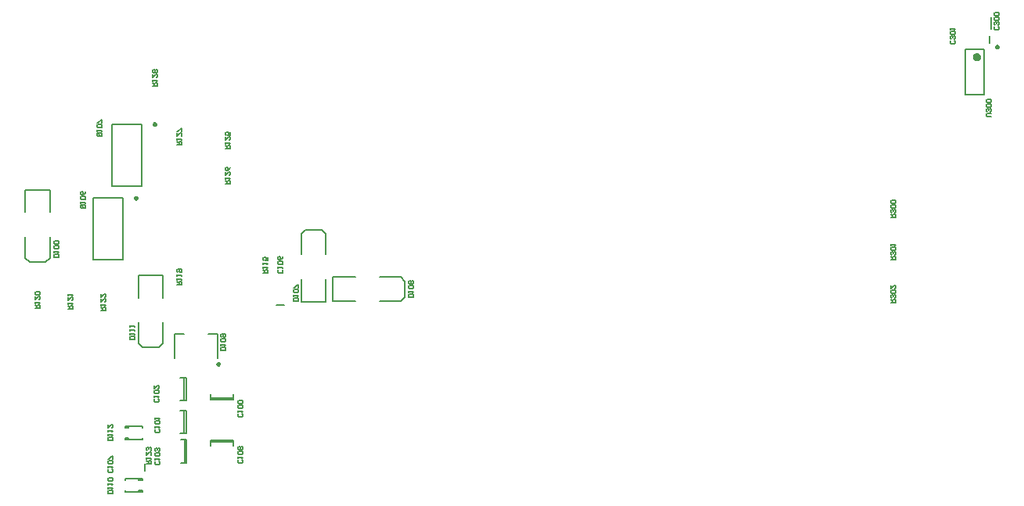
<source format=gbo>
%FSDAX24Y24*%
%MOIN*%
%SFA1B1*%

%IPPOS*%
%ADD65C,0.009800*%
%ADD67C,0.007900*%
%ADD68C,0.005000*%
%ADD105C,0.015700*%
%LNde-180417-1*%
%LPD*%
G54D65*
X028044Y025321D02*
D01*
X028043Y025324*
X028043Y025327*
X028042Y025331*
X028042Y025334*
X028041Y025337*
X028039Y025340*
X028038Y025344*
X028036Y025346*
X028034Y025349*
X028032Y025352*
X028030Y025355*
X028027Y025357*
X028025Y025359*
X028022Y025361*
X028019Y025363*
X028016Y025365*
X028013Y025366*
X028010Y025367*
X028006Y025368*
X028003Y025369*
X028000Y025369*
X027996Y025369*
X027993*
X027989Y025369*
X027986Y025369*
X027983Y025368*
X027979Y025367*
X027976Y025366*
X027973Y025365*
X027970Y025363*
X027967Y025361*
X027964Y025359*
X027962Y025357*
X027959Y025355*
X027957Y025352*
X027955Y025349*
X027953Y025346*
X027951Y025344*
X027950Y025340*
X027948Y025337*
X027947Y025334*
X027947Y025331*
X027946Y025327*
X027946Y025324*
X027946Y025321*
X027946Y025317*
X027946Y025314*
X027947Y025310*
X027947Y025307*
X027948Y025304*
X027950Y025301*
X027951Y025297*
X027953Y025295*
X027955Y025292*
X027957Y025289*
X027959Y025286*
X027962Y025284*
X027964Y025282*
X027967Y025280*
X027970Y025278*
X027973Y025276*
X027976Y025275*
X027979Y025274*
X027983Y025273*
X027986Y025272*
X027989Y025272*
X027993Y025272*
X027996*
X028000Y025272*
X028003Y025272*
X028006Y025273*
X028010Y025274*
X028013Y025275*
X028016Y025276*
X028019Y025278*
X028022Y025280*
X028025Y025282*
X028027Y025284*
X028030Y025286*
X028032Y025289*
X028034Y025292*
X028036Y025295*
X028038Y025297*
X028039Y025301*
X028041Y025304*
X028042Y025307*
X028042Y025310*
X028043Y025314*
X028043Y025317*
X028044Y025321*
X061204Y038835D02*
D01*
X061203Y038838*
X061203Y038841*
X061202Y038845*
X061202Y038848*
X061201Y038851*
X061199Y038854*
X061198Y038858*
X061196Y038860*
X061194Y038863*
X061192Y038866*
X061190Y038869*
X061187Y038871*
X061185Y038873*
X061182Y038875*
X061179Y038877*
X061176Y038879*
X061173Y038880*
X061170Y038881*
X061166Y038882*
X061163Y038883*
X061160Y038883*
X061156Y038883*
X061153*
X061149Y038883*
X061146Y038883*
X061143Y038882*
X061139Y038881*
X061136Y038880*
X061133Y038879*
X061130Y038877*
X061127Y038875*
X061124Y038873*
X061122Y038871*
X061119Y038869*
X061117Y038866*
X061115Y038863*
X061113Y038860*
X061111Y038858*
X061110Y038854*
X061108Y038851*
X061107Y038848*
X061107Y038845*
X061106Y038841*
X061106Y038838*
X061106Y038835*
X061106Y038831*
X061106Y038828*
X061107Y038824*
X061107Y038821*
X061108Y038818*
X061110Y038815*
X061111Y038811*
X061113Y038809*
X061115Y038806*
X061117Y038803*
X061119Y038800*
X061122Y038798*
X061124Y038796*
X061127Y038794*
X061130Y038792*
X061133Y038790*
X061136Y038789*
X061139Y038788*
X061143Y038787*
X061146Y038786*
X061149Y038786*
X061153Y038786*
X061156*
X061160Y038786*
X061163Y038786*
X061166Y038787*
X061170Y038788*
X061173Y038789*
X061176Y038790*
X061179Y038792*
X061182Y038794*
X061185Y038796*
X061187Y038798*
X061190Y038800*
X061192Y038803*
X061194Y038806*
X061196Y038809*
X061198Y038811*
X061199Y038815*
X061201Y038818*
X061202Y038821*
X061202Y038824*
X061203Y038828*
X061203Y038831*
X061204Y038835*
X024530Y032389D02*
D01*
X024529Y032392*
X024529Y032395*
X024528Y032399*
X024528Y032402*
X024527Y032405*
X024525Y032408*
X024524Y032412*
X024522Y032414*
X024520Y032417*
X024518Y032420*
X024516Y032423*
X024513Y032425*
X024511Y032427*
X024508Y032429*
X024505Y032431*
X024502Y032433*
X024499Y032434*
X024496Y032435*
X024492Y032436*
X024489Y032437*
X024486Y032437*
X024482Y032437*
X024479*
X024475Y032437*
X024472Y032437*
X024469Y032436*
X024465Y032435*
X024462Y032434*
X024459Y032433*
X024456Y032431*
X024453Y032429*
X024450Y032427*
X024448Y032425*
X024445Y032423*
X024443Y032420*
X024441Y032417*
X024439Y032414*
X024437Y032412*
X024436Y032408*
X024434Y032405*
X024433Y032402*
X024433Y032399*
X024432Y032395*
X024432Y032392*
X024432Y032389*
X024432Y032385*
X024432Y032382*
X024433Y032378*
X024433Y032375*
X024434Y032372*
X024436Y032369*
X024437Y032365*
X024439Y032363*
X024441Y032360*
X024443Y032357*
X024445Y032354*
X024448Y032352*
X024450Y032350*
X024453Y032348*
X024456Y032346*
X024459Y032344*
X024462Y032343*
X024465Y032342*
X024469Y032341*
X024472Y032340*
X024475Y032340*
X024479Y032340*
X024482*
X024486Y032340*
X024489Y032340*
X024492Y032341*
X024496Y032342*
X024499Y032343*
X024502Y032344*
X024505Y032346*
X024508Y032348*
X024511Y032350*
X024513Y032352*
X024516Y032354*
X024518Y032357*
X024520Y032360*
X024522Y032363*
X024524Y032365*
X024525Y032369*
X024527Y032372*
X024528Y032375*
X024528Y032378*
X024529Y032382*
X024529Y032385*
X024530Y032389*
X025330Y035539D02*
D01*
X025329Y035542*
X025329Y035545*
X025328Y035549*
X025328Y035552*
X025327Y035555*
X025325Y035558*
X025324Y035562*
X025322Y035564*
X025320Y035567*
X025318Y035570*
X025316Y035573*
X025313Y035575*
X025311Y035577*
X025308Y035579*
X025305Y035581*
X025302Y035583*
X025299Y035584*
X025296Y035585*
X025292Y035586*
X025289Y035587*
X025286Y035587*
X025282Y035587*
X025279*
X025275Y035587*
X025272Y035587*
X025269Y035586*
X025265Y035585*
X025262Y035584*
X025259Y035583*
X025256Y035581*
X025253Y035579*
X025250Y035577*
X025248Y035575*
X025245Y035573*
X025243Y035570*
X025241Y035567*
X025239Y035564*
X025237Y035562*
X025236Y035558*
X025234Y035555*
X025233Y035552*
X025233Y035549*
X025232Y035545*
X025232Y035542*
X025232Y035539*
X025232Y035535*
X025232Y035532*
X025233Y035528*
X025233Y035525*
X025234Y035522*
X025236Y035519*
X025237Y035515*
X025239Y035513*
X025241Y035510*
X025243Y035507*
X025245Y035504*
X025248Y035502*
X025250Y035500*
X025253Y035498*
X025256Y035496*
X025259Y035494*
X025262Y035493*
X025265Y035492*
X025269Y035491*
X025272Y035490*
X025275Y035490*
X025279Y035490*
X025282*
X025286Y035490*
X025289Y035490*
X025292Y035491*
X025296Y035492*
X025299Y035493*
X025302Y035494*
X025305Y035496*
X025308Y035498*
X025311Y035500*
X025313Y035502*
X025316Y035504*
X025318Y035507*
X025320Y035510*
X025322Y035513*
X025324Y035515*
X025325Y035519*
X025327Y035522*
X025328Y035525*
X025328Y035528*
X025329Y035532*
X025329Y035535*
X025330Y035539*
G54D67*
X028642Y023782D02*
Y024018D01*
X027658Y023782D02*
Y024018D01*
Y023782D02*
X028642D01*
X027658Y023857D02*
X028642D01*
X026382Y023342D02*
X026618D01*
X026382Y022358D02*
X026618D01*
Y023342*
X026543Y022358D02*
Y023342D01*
X026382Y024742D02*
X026618D01*
X026382Y023758D02*
X026618D01*
Y024742*
X026543Y023758D02*
Y024742D01*
X026392Y022092D02*
X026628D01*
X026392Y021108D02*
X026628D01*
Y022092*
X026553Y021108D02*
Y022092D01*
X030483Y027831D02*
X030797D01*
X024869Y020753D02*
Y021067D01*
X060898Y039594D02*
Y040106D01*
X060819Y038993D02*
Y039307D01*
X019956Y029656D02*
X020644D01*
X019778Y029833D02*
X019956Y029656D01*
X020644D02*
X020822Y029833D01*
X019778Y031781D02*
Y032726D01*
X020822Y031781D02*
Y032726D01*
X019778D02*
X020822D01*
X019778Y029833D02*
Y030719D01*
X020822Y029833D02*
Y030719D01*
X031706Y031044D02*
X032394D01*
X032572Y030867*
X031528D02*
X031706Y031044D01*
X032572Y027974D02*
Y028918D01*
X031528Y027974D02*
Y028918D01*
Y027974D02*
X032572D01*
Y029982D02*
Y030867D01*
X031528Y029982D02*
Y030867D01*
X035944Y028156D02*
Y028844D01*
X035767Y027978D02*
X035944Y028156D01*
X035767Y029022D02*
X035944Y028844D01*
X032874Y027978D02*
X033819D01*
X032874Y029022D02*
X033819D01*
X032874Y027978D02*
Y029022D01*
X034881Y027978D02*
X035767D01*
X034881Y029022D02*
X035767D01*
X027956Y025577D02*
Y026600D01*
X027562D02*
X027956D01*
X026144Y025577D02*
Y026600D01*
X026538*
X024771Y020357D02*
Y020435D01*
X024023Y020357D02*
Y020435D01*
X024771Y019845D02*
Y019923D01*
X024023Y019845D02*
Y019923D01*
Y020435D02*
X024771D01*
X024023Y019845D02*
X024771D01*
X024613Y019923D02*
X024771D01*
X024613Y019845D02*
Y019923D01*
Y020357D02*
Y020435D01*
Y020357D02*
X024771D01*
X024776Y026016D02*
X025464D01*
X024598Y026193D02*
X024776Y026016D01*
X025464D02*
X025642Y026193D01*
X024598Y028142D02*
Y029086D01*
X025642Y028142D02*
Y029086D01*
X024598D02*
X025642D01*
X024598Y026193D02*
Y027078D01*
X025642Y026193D02*
Y027078D01*
X024023Y022085D02*
Y022163D01*
X024771Y022085D02*
Y022163D01*
X024023Y022597D02*
Y022675D01*
X024771Y022597D02*
Y022675D01*
X024023Y022085D02*
X024771D01*
X024023Y022675D02*
X024771D01*
X024023Y022597D02*
X024180D01*
Y022675*
Y022085D02*
Y022163D01*
X024023D02*
X024180D01*
X059806Y036785D02*
X060594D01*
X059806Y038715D02*
X060594D01*
X059806Y036785D02*
Y038715D01*
X060594Y036785D02*
Y038715D01*
X022670Y029751D02*
X023930D01*
X022670Y032389D02*
X023930D01*
X022670Y029751D02*
Y032389D01*
X023930Y029751D02*
Y032389D01*
X023470Y032901D02*
X024730D01*
X023470Y035539D02*
X024730D01*
X023470Y032901D02*
Y035539D01*
X024730Y032901D02*
Y035539D01*
X027658Y021832D02*
Y022068D01*
X028642Y021832D02*
Y022068D01*
X027658D02*
X028642D01*
X027658Y021993D02*
X028642D01*
G54D68*
X029007Y023183D02*
X029040Y023150D01*
Y023083*
X029007Y023050*
X028873*
X028840Y023083*
Y023150*
X028873Y023183*
X028840Y023250D02*
Y023317D01*
Y023283*
X029040*
X029007Y023250*
Y023417D02*
X029040Y023450D01*
Y023517*
X029007Y023550*
X028873*
X028840Y023517*
Y023450*
X028873Y023417*
X029007*
Y023616D02*
X029040Y023650D01*
Y023716*
X029007Y023750*
X028873*
X028840Y023716*
Y023650*
X028873Y023616*
X029007*
X025467Y022533D02*
X025500Y022500D01*
Y022433*
X025467Y022400*
X025333*
X025300Y022433*
Y022500*
X025333Y022533*
X025300Y022600D02*
Y022667D01*
Y022633*
X025500*
X025467Y022600*
Y022767D02*
X025500Y022800D01*
Y022867*
X025467Y022900*
X025333*
X025300Y022867*
Y022800*
X025333Y022767*
X025467*
X025300Y022966D02*
Y023033D01*
Y023000*
X025500*
X025467Y022966*
X025437Y023843D02*
X025470Y023810D01*
Y023743*
X025437Y023710*
X025303*
X025270Y023743*
Y023810*
X025303Y023843*
X025270Y023910D02*
Y023977D01*
Y023943*
X025470*
X025437Y023910*
Y024077D02*
X025470Y024110D01*
Y024177*
X025437Y024210*
X025303*
X025270Y024177*
Y024110*
X025303Y024077*
X025437*
X025270Y024410D02*
Y024276D01*
X025403Y024410*
X025437*
X025470Y024376*
Y024310*
X025437Y024276*
X025467Y021163D02*
X025500Y021130D01*
Y021063*
X025467Y021030*
X025333*
X025300Y021063*
Y021130*
X025333Y021163*
X025300Y021230D02*
Y021297D01*
Y021263*
X025500*
X025467Y021230*
Y021397D02*
X025500Y021430D01*
Y021497*
X025467Y021530*
X025333*
X025300Y021497*
Y021430*
X025333Y021397*
X025467*
Y021596D02*
X025500Y021630D01*
Y021696*
X025467Y021730*
X025433*
X025400Y021696*
Y021663*
Y021696*
X025367Y021730*
X025333*
X025300Y021696*
Y021630*
X025333Y021596*
X030717Y029333D02*
X030750Y029300D01*
Y029233*
X030717Y029200*
X030583*
X030550Y029233*
Y029300*
X030583Y029333*
X030550Y029400D02*
Y029467D01*
Y029433*
X030750*
X030717Y029400*
Y029567D02*
X030750Y029600D01*
Y029667*
X030717Y029700*
X030583*
X030550Y029667*
Y029600*
X030583Y029567*
X030717*
X030750Y029900D02*
X030717Y029833D01*
X030650Y029766*
X030583*
X030550Y029800*
Y029866*
X030583Y029900*
X030617*
X030650Y029866*
Y029766*
X023467Y020833D02*
X023500Y020800D01*
Y020733*
X023467Y020700*
X023333*
X023300Y020733*
Y020800*
X023333Y020833*
X023300Y020900D02*
Y020967D01*
Y020933*
X023500*
X023467Y020900*
Y021067D02*
X023500Y021100D01*
Y021167*
X023467Y021200*
X023333*
X023300Y021167*
Y021100*
X023333Y021067*
X023467*
X023500Y021266D02*
Y021400D01*
X023467*
X023333Y021266*
X023300*
X061207Y039703D02*
X061240Y039670D01*
Y039603*
X061207Y039570*
X061073*
X061040Y039603*
Y039670*
X061073Y039703*
X061207Y039770D02*
X061240Y039803D01*
Y039870*
X061207Y039903*
X061173*
X061140Y039870*
Y039837*
Y039870*
X061107Y039903*
X061073*
X061040Y039870*
Y039803*
X061073Y039770*
X061207Y039970D02*
X061240Y040003D01*
Y040070*
X061207Y040103*
X061073*
X061040Y040070*
Y040003*
X061073Y039970*
X061207*
Y040170D02*
X061240Y040203D01*
Y040270*
X061207Y040303*
X061073*
X061040Y040270*
Y040203*
X061073Y040170*
X061207*
X059337Y039093D02*
X059370Y039060D01*
Y038993*
X059337Y038960*
X059203*
X059170Y038993*
Y039060*
X059203Y039093*
X059337Y039160D02*
X059370Y039193D01*
Y039260*
X059337Y039293*
X059303*
X059270Y039260*
Y039227*
Y039260*
X059237Y039293*
X059203*
X059170Y039260*
Y039193*
X059203Y039160*
X059337Y039360D02*
X059370Y039393D01*
Y039460*
X059337Y039493*
X059203*
X059170Y039460*
Y039393*
X059203Y039360*
X059337*
X059170Y039560D02*
Y039626D01*
Y039593*
X059370*
X059337Y039560*
X021200Y029870D02*
X021000D01*
Y029970*
X021033Y030003*
X021167*
X021200Y029970*
Y029870*
X021000Y030070D02*
Y030137D01*
Y030103*
X021200*
X021167Y030070*
Y030237D02*
X021200Y030270D01*
Y030337*
X021167Y030370*
X021033*
X021000Y030337*
Y030270*
X021033Y030237*
X021167*
Y030436D02*
X021200Y030470D01*
Y030536*
X021167Y030570*
X021033*
X021000Y030536*
Y030470*
X021033Y030436*
X021167*
X031400Y028000D02*
X031200D01*
Y028100*
X031233Y028133*
X031367*
X031400Y028100*
Y028000*
X031200Y028200D02*
Y028267D01*
Y028233*
X031400*
X031367Y028200*
Y028367D02*
X031400Y028400D01*
Y028467*
X031367Y028500*
X031233*
X031200Y028467*
Y028400*
X031233Y028367*
X031367*
X031400Y028566D02*
Y028700D01*
X031367*
X031233Y028566*
X031200*
X036300Y028150D02*
X036100D01*
Y028250*
X036133Y028283*
X036267*
X036300Y028250*
Y028150*
X036100Y028350D02*
Y028417D01*
Y028383*
X036300*
X036267Y028350*
Y028517D02*
X036300Y028550D01*
Y028617*
X036267Y028650*
X036133*
X036100Y028617*
Y028550*
X036133Y028517*
X036267*
Y028716D02*
X036300Y028750D01*
Y028816*
X036267Y028850*
X036233*
X036200Y028816*
X036167Y028850*
X036133*
X036100Y028816*
Y028750*
X036133Y028716*
X036167*
X036200Y028750*
X036233Y028716*
X036267*
X036200Y028750D02*
Y028816D01*
X028300Y025900D02*
X028100D01*
Y026000*
X028133Y026033*
X028267*
X028300Y026000*
Y025900*
X028100Y026100D02*
Y026167D01*
Y026133*
X028300*
X028267Y026100*
Y026267D02*
X028300Y026300D01*
Y026367*
X028267Y026400*
X028133*
X028100Y026367*
Y026300*
X028133Y026267*
X028267*
X028133Y026466D02*
X028100Y026500D01*
Y026566*
X028133Y026600*
X028267*
X028300Y026566*
Y026500*
X028267Y026466*
X028233*
X028200Y026500*
Y026600*
X023500Y019800D02*
X023300D01*
Y019900*
X023333Y019933*
X023467*
X023500Y019900*
Y019800*
X023300Y020000D02*
Y020067D01*
Y020033*
X023500*
X023467Y020000*
X023300Y020167D02*
Y020233D01*
Y020200*
X023500*
X023467Y020167*
Y020333D02*
X023500Y020366D01*
Y020433*
X023467Y020466*
X023333*
X023300Y020433*
Y020366*
X023333Y020333*
X023467*
X024450Y026350D02*
X024250D01*
Y026450*
X024283Y026483*
X024417*
X024450Y026450*
Y026350*
X024250Y026550D02*
Y026617D01*
Y026583*
X024450*
X024417Y026550*
X024250Y026717D02*
Y026783D01*
Y026750*
X024450*
X024417Y026717*
X024250Y026883D02*
Y026950D01*
Y026916*
X024450*
X024417Y026883*
X023500Y022050D02*
X023300D01*
Y022150*
X023333Y022183*
X023467*
X023500Y022150*
Y022050*
X023300Y022250D02*
Y022317D01*
Y022283*
X023500*
X023467Y022250*
X023300Y022417D02*
Y022483D01*
Y022450*
X023500*
X023467Y022417*
X023300Y022716D02*
Y022583D01*
X023433Y022716*
X023467*
X023500Y022683*
Y022616*
X023467Y022583*
X029900Y029200D02*
X030100D01*
Y029300*
X030067Y029333*
X030000*
X029967Y029300*
Y029200*
Y029267D02*
X029900Y029333D01*
Y029400D02*
Y029467D01*
Y029433*
X030100*
X030067Y029400*
X029900Y029567D02*
Y029633D01*
Y029600*
X030100*
X030067Y029567*
X030100Y029866D02*
Y029733D01*
X030000*
X030033Y029800*
Y029833*
X030000Y029866*
X029933*
X029900Y029833*
Y029766*
X029933Y029733*
X026250Y028700D02*
X026450D01*
Y028800*
X026417Y028833*
X026350*
X026317Y028800*
Y028700*
Y028767D02*
X026250Y028833D01*
Y028900D02*
Y028967D01*
Y028933*
X026450*
X026417Y028900*
X026250Y029067D02*
Y029133D01*
Y029100*
X026450*
X026417Y029067*
X026283Y029233D02*
X026250Y029266D01*
Y029333*
X026283Y029366*
X026417*
X026450Y029333*
Y029266*
X026417Y029233*
X026383*
X026350Y029266*
Y029366*
X020200Y027700D02*
X020400D01*
Y027800*
X020367Y027833*
X020300*
X020267Y027800*
Y027700*
Y027767D02*
X020200Y027833D01*
Y027900D02*
Y027967D01*
Y027933*
X020400*
X020367Y027900*
X020200Y028200D02*
Y028067D01*
X020333Y028200*
X020367*
X020400Y028167*
Y028100*
X020367Y028067*
Y028266D02*
X020400Y028300D01*
Y028366*
X020367Y028400*
X020233*
X020200Y028366*
Y028300*
X020233Y028266*
X020367*
X021600Y027650D02*
X021800D01*
Y027750*
X021767Y027783*
X021700*
X021667Y027750*
Y027650*
Y027717D02*
X021600Y027783D01*
Y027850D02*
Y027917D01*
Y027883*
X021800*
X021767Y027850*
X021600Y028150D02*
Y028017D01*
X021733Y028150*
X021767*
X021800Y028117*
Y028050*
X021767Y028017*
X021600Y028216D02*
Y028283D01*
Y028250*
X021800*
X021767Y028216*
X023000Y027600D02*
X023200D01*
Y027700*
X023167Y027733*
X023100*
X023067Y027700*
Y027600*
Y027667D02*
X023000Y027733D01*
Y027800D02*
Y027867D01*
Y027833*
X023200*
X023167Y027800*
X023000Y028100D02*
Y027967D01*
X023133Y028100*
X023167*
X023200Y028067*
Y028000*
X023167Y027967*
X023000Y028300D02*
Y028166D01*
X023133Y028300*
X023167*
X023200Y028266*
Y028200*
X023167Y028166*
X024950Y021050D02*
X025150D01*
Y021150*
X025117Y021183*
X025050*
X025017Y021150*
Y021050*
Y021117D02*
X024950Y021183D01*
Y021250D02*
Y021317D01*
Y021283*
X025150*
X025117Y021250*
X024950Y021550D02*
Y021417D01*
X025083Y021550*
X025117*
X025150Y021517*
Y021450*
X025117Y021417*
Y021616D02*
X025150Y021650D01*
Y021716*
X025117Y021750*
X025083*
X025050Y021716*
Y021683*
Y021716*
X025017Y021750*
X024983*
X024950Y021716*
Y021650*
X024983Y021616*
X056640Y031560D02*
X056840D01*
Y031660*
X056807Y031693*
X056740*
X056707Y031660*
Y031560*
Y031627D02*
X056640Y031693D01*
X056807Y031760D02*
X056840Y031793D01*
Y031860*
X056807Y031893*
X056773*
X056740Y031860*
Y031827*
Y031860*
X056707Y031893*
X056673*
X056640Y031860*
Y031793*
X056673Y031760*
X056807Y031960D02*
X056840Y031993D01*
Y032060*
X056807Y032093*
X056673*
X056640Y032060*
Y031993*
X056673Y031960*
X056807*
Y032160D02*
X056840Y032193D01*
Y032260*
X056807Y032293*
X056673*
X056640Y032260*
Y032193*
X056673Y032160*
X056807*
X056630Y029750D02*
X056830D01*
Y029850*
X056797Y029883*
X056730*
X056697Y029850*
Y029750*
Y029817D02*
X056630Y029883D01*
X056797Y029950D02*
X056830Y029983D01*
Y030050*
X056797Y030083*
X056763*
X056730Y030050*
Y030017*
Y030050*
X056697Y030083*
X056663*
X056630Y030050*
Y029983*
X056663Y029950*
X056797Y030150D02*
X056830Y030183D01*
Y030250*
X056797Y030283*
X056663*
X056630Y030250*
Y030183*
X056663Y030150*
X056797*
X056630Y030350D02*
Y030416D01*
Y030383*
X056830*
X056797Y030350*
X056640Y027920D02*
X056840D01*
Y028020*
X056807Y028053*
X056740*
X056707Y028020*
Y027920*
Y027987D02*
X056640Y028053D01*
X056807Y028120D02*
X056840Y028153D01*
Y028220*
X056807Y028253*
X056773*
X056740Y028220*
Y028187*
Y028220*
X056707Y028253*
X056673*
X056640Y028220*
Y028153*
X056673Y028120*
X056807Y028320D02*
X056840Y028353D01*
Y028420*
X056807Y028453*
X056673*
X056640Y028420*
Y028353*
X056673Y028320*
X056807*
X056640Y028653D02*
Y028520D01*
X056773Y028653*
X056807*
X056840Y028620*
Y028553*
X056807Y028520*
X060890Y035870D02*
X060723D01*
X060690Y035903*
Y035970*
X060723Y036003*
X060890*
X060857Y036070D02*
X060890Y036103D01*
Y036170*
X060857Y036203*
X060823*
X060790Y036170*
Y036137*
Y036170*
X060757Y036203*
X060723*
X060690Y036170*
Y036103*
X060723Y036070*
X060857Y036270D02*
X060890Y036303D01*
Y036370*
X060857Y036403*
X060723*
X060690Y036370*
Y036303*
X060723Y036270*
X060857*
Y036470D02*
X060890Y036503D01*
Y036570*
X060857Y036603*
X060723*
X060690Y036570*
Y036503*
X060723Y036470*
X060857*
X022183Y032083D02*
X022317D01*
X022350Y032050*
Y031983*
X022317Y031950*
X022183*
X022150Y031983*
Y032050*
X022217Y032017D02*
X022150Y032083D01*
Y032050D02*
X022183Y032083D01*
X022150Y032150D02*
Y032217D01*
Y032183*
X022350*
X022317Y032150*
Y032317D02*
X022350Y032350D01*
Y032417*
X022317Y032450*
X022183*
X022150Y032417*
Y032350*
X022183Y032317*
X022317*
X022350Y032650D02*
X022317Y032583D01*
X022250Y032516*
X022183*
X022150Y032550*
Y032616*
X022183Y032650*
X022217*
X022250Y032616*
Y032516*
X022883Y035146D02*
X023017D01*
X023050Y035112*
Y035046*
X023017Y035012*
X022883*
X022850Y035046*
Y035112*
X022917Y035079D02*
X022850Y035146D01*
Y035112D02*
X022883Y035146D01*
X022850Y035212D02*
Y035279D01*
Y035245*
X023050*
X023017Y035212*
Y035379D02*
X023050Y035412D01*
Y035479*
X023017Y035512*
X022883*
X022850Y035479*
Y035412*
X022883Y035379*
X023017*
X023050Y035579D02*
Y035712D01*
X023017*
X022883Y035579*
X022850*
X028300Y034500D02*
X028500D01*
Y034600*
X028467Y034633*
X028400*
X028367Y034600*
Y034500*
Y034567D02*
X028300Y034633D01*
Y034700D02*
Y034767D01*
Y034733*
X028500*
X028467Y034700*
X028300Y035000D02*
Y034867D01*
X028433Y035000*
X028467*
X028500Y034967*
Y034900*
X028467Y034867*
X028500Y035200D02*
Y035066D01*
X028400*
X028433Y035133*
Y035166*
X028400Y035200*
X028333*
X028300Y035166*
Y035100*
X028333Y035066*
X028300Y033000D02*
X028500D01*
Y033100*
X028467Y033133*
X028400*
X028367Y033100*
Y033000*
Y033067D02*
X028300Y033133D01*
Y033200D02*
Y033267D01*
Y033233*
X028500*
X028467Y033200*
X028300Y033500D02*
Y033367D01*
X028433Y033500*
X028467*
X028500Y033467*
Y033400*
X028467Y033367*
X028500Y033700D02*
X028467Y033633D01*
X028400Y033566*
X028333*
X028300Y033600*
Y033666*
X028333Y033700*
X028367*
X028400Y033666*
Y033566*
X026250Y034650D02*
X026450D01*
Y034750*
X026417Y034783*
X026350*
X026317Y034750*
Y034650*
Y034717D02*
X026250Y034783D01*
Y034850D02*
Y034917D01*
Y034883*
X026450*
X026417Y034850*
X026250Y035150D02*
Y035017D01*
X026383Y035150*
X026417*
X026450Y035117*
Y035050*
X026417Y035017*
X026450Y035216D02*
Y035350D01*
X026417*
X026283Y035216*
X026250*
X025200Y037150D02*
X025400D01*
Y037250*
X025367Y037283*
X025300*
X025267Y037250*
Y037150*
Y037217D02*
X025200Y037283D01*
Y037350D02*
Y037417D01*
Y037383*
X025400*
X025367Y037350*
X025200Y037650D02*
Y037517D01*
X025333Y037650*
X025367*
X025400Y037617*
Y037550*
X025367Y037517*
Y037716D02*
X025400Y037750D01*
Y037816*
X025367Y037850*
X025333*
X025300Y037816*
X025267Y037850*
X025233*
X025200Y037816*
Y037750*
X025233Y037716*
X025267*
X025300Y037750*
X025333Y037716*
X025367*
X025300Y037750D02*
Y037816D01*
X028987Y021213D02*
X029020Y021180D01*
Y021113*
X028987Y021080*
X028853*
X028820Y021113*
Y021180*
X028853Y021213*
X028820Y021280D02*
Y021347D01*
Y021313*
X029020*
X028987Y021280*
Y021447D02*
X029020Y021480D01*
Y021547*
X028987Y021580*
X028853*
X028820Y021547*
Y021480*
X028853Y021447*
X028987*
Y021646D02*
X029020Y021680D01*
Y021746*
X028987Y021780*
X028953*
X028920Y021746*
X028887Y021780*
X028853*
X028820Y021746*
Y021680*
X028853Y021646*
X028887*
X028920Y021680*
X028953Y021646*
X028987*
X028920Y021680D02*
Y021746D01*
G54D105*
X060357Y038400D02*
D01*
X060356Y038405*
X060356Y038410*
X060355Y038416*
X060353Y038421*
X060352Y038427*
X060350Y038432*
X060347Y038437*
X060344Y038441*
X060341Y038446*
X060338Y038450*
X060334Y038454*
X060330Y038458*
X060326Y038462*
X060322Y038465*
X060317Y038468*
X060312Y038471*
X060307Y038473*
X060302Y038475*
X060297Y038476*
X060291Y038477*
X060286Y038478*
X060280Y038478*
X060275*
X060269Y038478*
X060264Y038477*
X060258Y038476*
X060253Y038475*
X060248Y038473*
X060243Y038471*
X060238Y038468*
X060233Y038465*
X060229Y038462*
X060225Y038458*
X060221Y038454*
X060217Y038450*
X060214Y038446*
X060211Y038441*
X060208Y038437*
X060205Y038432*
X060203Y038427*
X060202Y038421*
X060200Y038416*
X060199Y038410*
X060199Y038405*
X060199Y038400*
X060199Y038394*
X060199Y038389*
X060200Y038383*
X060202Y038378*
X060203Y038372*
X060205Y038367*
X060208Y038362*
X060211Y038358*
X060214Y038353*
X060217Y038349*
X060221Y038345*
X060225Y038341*
X060229Y038337*
X060233Y038334*
X060238Y038331*
X060243Y038328*
X060248Y038326*
X060253Y038324*
X060258Y038323*
X060264Y038322*
X060269Y038321*
X060275Y038321*
X060280*
X060286Y038321*
X060291Y038322*
X060297Y038323*
X060302Y038324*
X060307Y038326*
X060312Y038328*
X060317Y038331*
X060322Y038334*
X060326Y038337*
X060330Y038341*
X060334Y038345*
X060338Y038349*
X060341Y038353*
X060344Y038358*
X060347Y038362*
X060350Y038367*
X060352Y038372*
X060353Y038378*
X060355Y038383*
X060356Y038389*
X060356Y038394*
X060357Y038400*
M02*
</source>
